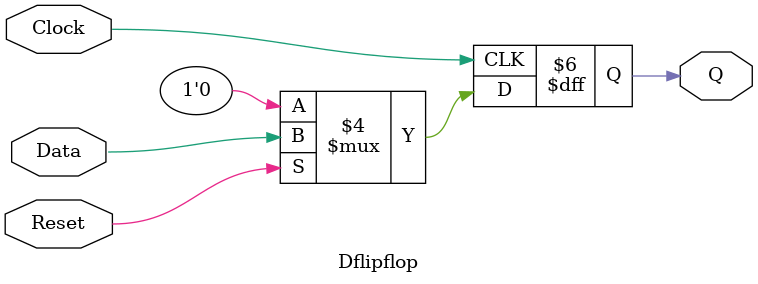
<source format=v>
module Dflipflop(	input Data,
					input Clock,
					input Reset,
					output reg Q );
					
		always @ (posedge Clock )
			if (!Reset)
				Q<=0;
			else
				Q<=Data;
		
endmodule
				   
</source>
